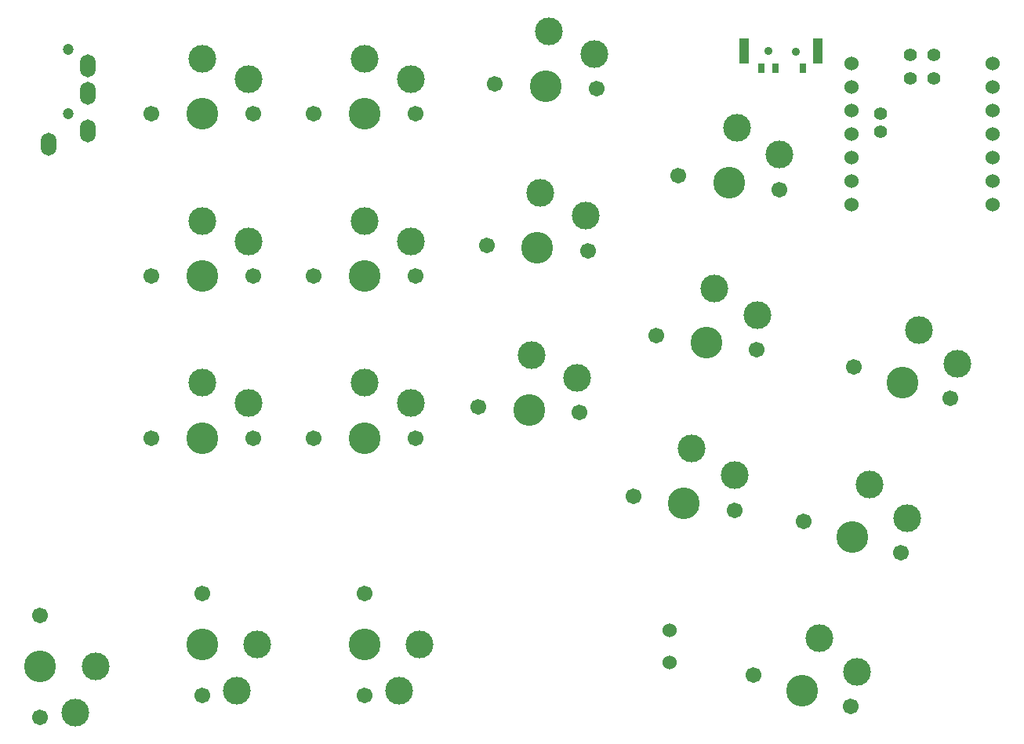
<source format=gts>
G04 #@! TF.GenerationSoftware,KiCad,Pcbnew,8.0.7*
G04 #@! TF.CreationDate,2024-12-21T19:49:35+01:00*
G04 #@! TF.ProjectId,mint36tt_rev02_R,6d696e74-3336-4747-945f-72657630325f,0.2*
G04 #@! TF.SameCoordinates,Original*
G04 #@! TF.FileFunction,Soldermask,Top*
G04 #@! TF.FilePolarity,Negative*
%FSLAX46Y46*%
G04 Gerber Fmt 4.6, Leading zero omitted, Abs format (unit mm)*
G04 Created by KiCad (PCBNEW 8.0.7) date 2024-12-21 19:49:35*
%MOMM*%
%LPD*%
G01*
G04 APERTURE LIST*
%ADD10C,1.701800*%
%ADD11C,3.000000*%
%ADD12C,3.429000*%
%ADD13C,1.524000*%
%ADD14C,1.397000*%
%ADD15C,1.200000*%
%ADD16O,1.700000X2.500000*%
%ADD17C,0.900000*%
%ADD18R,0.700000X1.000000*%
%ADD19R,1.000000X2.800000*%
G04 APERTURE END LIST*
D10*
X114775000Y-116075000D03*
D11*
X120725000Y-121575000D03*
X120725000Y-121575000D03*
D12*
X114775000Y-121575000D03*
D11*
X118525000Y-126575000D03*
D10*
X114775000Y-127075000D03*
X179712123Y-108278610D03*
D11*
X186781585Y-104319417D03*
X186781585Y-104319417D03*
D12*
X184942934Y-109978203D03*
D11*
X190857030Y-107956826D03*
D10*
X190173745Y-111677796D03*
X161328925Y-105599900D03*
D11*
X167603479Y-100473257D03*
X167603479Y-100473257D03*
D12*
X166775399Y-106365352D03*
D11*
X172248637Y-103347712D03*
D10*
X172221873Y-107130804D03*
X97275000Y-118450000D03*
D11*
X103225000Y-123950000D03*
X103225000Y-123950000D03*
D12*
X97275000Y-123950000D03*
D11*
X101025000Y-128950000D03*
D10*
X97275000Y-129450000D03*
X144550649Y-95986866D03*
D11*
X150354510Y-90332868D03*
X150354510Y-90332868D03*
D12*
X150043111Y-96274714D03*
D11*
X155232519Y-92791533D03*
D10*
X155535573Y-96562562D03*
D13*
X184855000Y-58905000D03*
X184855000Y-61445000D03*
X184855000Y-63985000D03*
X184855000Y-66525000D03*
X184855000Y-69065000D03*
X184855000Y-71605000D03*
X184855000Y-74145000D03*
X200095000Y-74145000D03*
X200095000Y-71605000D03*
X200095000Y-69065000D03*
X200095000Y-66525000D03*
X200095000Y-63985000D03*
X200095000Y-61445000D03*
X200095000Y-58905000D03*
D14*
X191205000Y-57953000D03*
X193745000Y-57953000D03*
X191205000Y-60493000D03*
X193745000Y-60493000D03*
X188030000Y-66208000D03*
X188030000Y-64303000D03*
D15*
X100275000Y-57325000D03*
X100275000Y-64325000D03*
D16*
X98175000Y-67625000D03*
X102375000Y-59125000D03*
X102375000Y-62125000D03*
X102375000Y-66125000D03*
D10*
X166199983Y-70940518D03*
D11*
X172474537Y-65813875D03*
X172474537Y-65813875D03*
D12*
X171646457Y-71705970D03*
D11*
X177119695Y-68688330D03*
D10*
X177092931Y-72471422D03*
X126775000Y-64325000D03*
D11*
X132275000Y-58375000D03*
X132275000Y-58375000D03*
D12*
X132275000Y-64325000D03*
D11*
X137275000Y-60575000D03*
D10*
X137775000Y-64325000D03*
X132275000Y-116075000D03*
D11*
X138225000Y-121575000D03*
X138225000Y-121575000D03*
D12*
X132275000Y-121575000D03*
D11*
X136025000Y-126575000D03*
D10*
X132275000Y-127075000D03*
X109275000Y-81825000D03*
D11*
X114775000Y-75875000D03*
X114775000Y-75875000D03*
D12*
X114775000Y-81825000D03*
D11*
X119775000Y-78075000D03*
D10*
X120275000Y-81825000D03*
D13*
X165275000Y-123525000D03*
X165275000Y-120125000D03*
D10*
X146382407Y-61034832D03*
D11*
X152186268Y-55380834D03*
X152186268Y-55380834D03*
D12*
X151874869Y-61322680D03*
D11*
X157064277Y-57839499D03*
D10*
X157367331Y-61610528D03*
X126775000Y-99325000D03*
D11*
X132275000Y-93375000D03*
X132275000Y-93375000D03*
D12*
X132275000Y-99325000D03*
D11*
X137275000Y-95575000D03*
D10*
X137775000Y-99325000D03*
X185119921Y-91635120D03*
D11*
X192189383Y-87675927D03*
X192189383Y-87675927D03*
D12*
X190350732Y-93334713D03*
D11*
X196264828Y-91313336D03*
D10*
X195581543Y-95034306D03*
X163764454Y-88270209D03*
D11*
X170039008Y-83143566D03*
X170039008Y-83143566D03*
D12*
X169210928Y-89035661D03*
D11*
X174684166Y-86018021D03*
D10*
X174657402Y-89801113D03*
X174304326Y-124922099D03*
D11*
X181373788Y-120962906D03*
X181373788Y-120962906D03*
D12*
X179535137Y-126621692D03*
D11*
X185449233Y-124600315D03*
D10*
X184765948Y-128321285D03*
X109275000Y-99325000D03*
D11*
X114775000Y-93375000D03*
X114775000Y-93375000D03*
D12*
X114775000Y-99325000D03*
D11*
X119775000Y-95575000D03*
D10*
X120275000Y-99325000D03*
D17*
X175900000Y-57530000D03*
X178900000Y-57580000D03*
D18*
X179650000Y-59380000D03*
X176650000Y-59380000D03*
X175150000Y-59380000D03*
D19*
X181250000Y-57480000D03*
X173300000Y-57480000D03*
D10*
X145466528Y-78510849D03*
D11*
X151270389Y-72856851D03*
X151270389Y-72856851D03*
D12*
X150958990Y-78798697D03*
D11*
X156148398Y-75315516D03*
D10*
X156451452Y-79086545D03*
X126775000Y-81825000D03*
D11*
X132275000Y-75875000D03*
X132275000Y-75875000D03*
D12*
X132275000Y-81825000D03*
D11*
X137275000Y-78075000D03*
D10*
X137775000Y-81825000D03*
X109275000Y-64325000D03*
D11*
X114775000Y-58375000D03*
X114775000Y-58375000D03*
D12*
X114775000Y-64325000D03*
D11*
X119775000Y-60575000D03*
D10*
X120275000Y-64325000D03*
M02*

</source>
